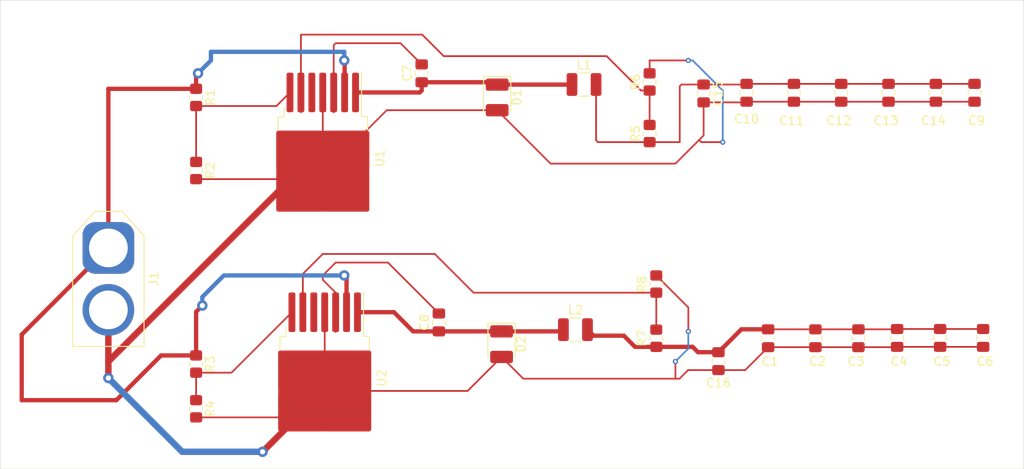
<source format=kicad_pcb>
(kicad_pcb (version 20221018) (generator pcbnew)
  (layers (0 "F.Cu" signal) (31 "B.Cu" signal) (34 "B.Paste" user) (35 "F.Paste" user) (36 "B.SilkS" user "B.Silkscreen") (37 "F.SilkS" user "F.Silkscreen") (38 "B.Mask" user) (39 "F.Mask" user) (44 "Edge.Cuts" user))
  (net 0 "")
  (net 1 "+3.3V")
  (net 2 "GND")
  (net 3 "+5V")
  (net 4 "+7.5V")
  (net 7 "/5V_SW")
  (net 8 "/5V_BOOT")
  (net 9 "/3V3_SW")
  (net 10 "/3V3_BOOT")
  (net 11 "/5V_EN")
  (net 12 "/3V3_EN")
  (net 13 "/5V_FB")
  (net 14 "/3V3_FB")
  (footprint "Connector_AMASS:AMASS_XT60-M_1x02_P7.20mm_Vertical" (layer "F.Cu") (at 111.575 80.3 -90)
    (fp_text reference "J1" (at 3.6 -5.3 90) (layer "F.SilkS"))
    (fp_text value "Conn_01x02")
    (fp_line (start -4.25 -1.6) (end -4.25 1.55) (stroke (width 0.12)) (layer "F.SilkS"))
    (fp_line (start -4.25 1.55) (end -1.4 4.15) (stroke (width 0.12)) (layer "F.SilkS"))
    (fp_line (start -1.4 -4.15) (end -4.25 -1.6) (stroke (width 0.12)) (layer "F.SilkS"))
    (fp_line (start -1.4 4.15) (end 11.45 4.15) (stroke (width 0.12)) (layer "F.SilkS"))
    (fp_line (start 11.45 -4.15) (end -1.4 -4.15) (stroke (width 0.12)) (layer "F.SilkS"))
    (fp_line (start 11.45 4.15) (end 11.45 -4.15) (stroke (width 0.12)) (layer "F.SilkS"))
    (pad "1" thru_hole roundrect (at 0 0 270) (size 6 6) (drill 4.5) (layers "*.Cu" "*.Mask") (net 4 "+7.5V"))
    (pad "2" thru_hole circle (at 7.2 0 270) (size 6 6) (drill 4.5) (layers "*.Cu" "*.Mask") (net 2 "GND"))
  )
  (footprint "Package_TO_SOT_SMD:TO-263-7_TabPin8" (layer "F.Cu") (at 136.5 69.875 -90)
    (fp_text reference "U1" (at 0 -6.65 90) (layer "F.SilkS"))
    (fp_text value "LM22678TJ-5")
    (fp_line (start -4.825 -5.2) (end -4.825 -4.51) (stroke (width 0.12)) (layer "F.SilkS"))
    (fp_line (start -4.825 -4.51) (end -9.95 -4.51) (stroke (width 0.12)) (layer "F.SilkS"))
    (fp_line (start -4.825 4.51) (end -5.925 4.51) (stroke (width 0.12)) (layer "F.SilkS"))
    (fp_line (start -4.825 5.2) (end -4.825 4.51) (stroke (width 0.12)) (layer "F.SilkS"))
    (fp_line (start -3.325 -5.2) (end -4.825 -5.2) (stroke (width 0.12)) (layer "F.SilkS"))
    (fp_line (start -3.325 5.2) (end -4.825 5.2) (stroke (width 0.12)) (layer "F.SilkS"))
    (pad "1" smd roundrect (at -7.65 -3.81 270) (size 4.6 0.8) (layers "F.Cu" "F.Paste" "F.Mask") (net 7 "/5V_SW"))
    (pad "2" smd roundrect (at -7.65 -2.54 270) (size 4.6 0.8) (layers "F.Cu" "F.Paste" "F.Mask") (net 4 "+7.5V"))
    (pad "3" smd roundrect (at -7.65 -1.27 270) (size 4.6 0.8) (layers "F.Cu" "F.Paste" "F.Mask") (net 8 "/5V_BOOT"))
    (pad "4" smd roundrect (at -7.65 0 270) (size 4.6 0.8) (layers "F.Cu" "F.Paste" "F.Mask") (net 2 "GND"))
    (pad "5" smd roundrect (at -7.65 1.27 270) (size 4.6 0.8) (layers "F.Cu" "F.Paste" "F.Mask"))
    (pad "6" smd roundrect (at -7.65 2.54 270) (size 4.6 0.8) (layers "F.Cu" "F.Paste" "F.Mask") (net 13 "/5V_FB"))
    (pad "7" smd roundrect (at -7.65 3.81 270) (size 4.6 0.8) (layers "F.Cu" "F.Paste" "F.Mask") (net 11 "/5V_EN"))
    (pad "8" smd roundrect (at -0.925 -2.775 270) (size 4.55 5.25) (layers "F.Cu" "F.Paste") (roundrect_rratio 0.054945) (net 2 "GND"))
    (pad "8" smd roundrect (at -0.925 2.775 270) (size 4.55 5.25) (layers "F.Cu" "F.Paste") (roundrect_rratio 0.054945) (net 2 "GND"))
    (pad "8" smd roundrect (at 1.5 0 270) (size 9.4 10.8) (layers "F.Cu" "F.Mask") (roundrect_rratio 0.026596) (net 2 "GND"))
    (pad "8" smd roundrect (at 3.925 -2.775 270) (size 4.55 5.25) (layers "F.Cu" "F.Paste") (roundrect_rratio 0.054945) (net 2 "GND"))
    (pad "8" smd roundrect (at 3.925 2.775 270) (size 4.55 5.25) (layers "F.Cu" "F.Paste") (roundrect_rratio 0.054945) (net 2 "GND"))
  )
  (footprint "Capacitor_SMD:C_0805_2012Metric_Pad1.18x1.45mm_HandSolder" (layer "F.Cu") (at 213.275 90.7625 -90)
    (fp_text reference "C6" (at 2.7375 -0.225 -180) (layer "F.SilkS"))
    (fp_text value "4u7")
    (fp_line (start -0.261252 -0.735) (end 0.261252 -0.735) (stroke (width 0.12)) (layer "F.SilkS"))
    (fp_line (start -0.261252 0.735) (end 0.261252 0.735) (stroke (width 0.12)) (layer "F.SilkS"))
    (pad "1" smd roundrect (at -1.0375 0 270) (size 1.175 1.45) (layers "F.Cu" "F.Paste" "F.Mask") (roundrect_rratio 0.212766) (net 1 "+3.3V"))
    (pad "2" smd roundrect (at 1.0375 0 270) (size 1.175 1.45) (layers "F.Cu" "F.Paste" "F.Mask") (roundrect_rratio 0.212766) (net 2 "GND"))
  )
  (footprint "Diode_SMD:D_1210_3225Metric_Pad1.42x2.65mm_HandSolder" (layer "F.Cu") (at 157.2875 91.4875 -90)
    (fp_text reference "D2" (at 0 -2.28 90) (layer "F.SilkS"))
    (fp_text value "D")
    (fp_line (start -2.46 -1.585) (end -2.46 1.585) (stroke (width 0.12)) (layer "F.SilkS"))
    (fp_line (start -2.46 1.585) (end 1.6 1.585) (stroke (width 0.12)) (layer "F.SilkS"))
    (fp_line (start 1.6 -1.585) (end -2.46 -1.585) (stroke (width 0.12)) (layer "F.SilkS"))
    (pad "1" smd roundrect (at -1.4875 0 270) (size 1.425 2.65) (layers "F.Cu" "F.Paste" "F.Mask") (roundrect_rratio 0.175439) (net 9 "/3V3_SW"))
    (pad "2" smd roundrect (at 1.4875 0 270) (size 1.425 2.65) (layers "F.Cu" "F.Paste" "F.Mask") (roundrect_rratio 0.175439) (net 2 "GND"))
  )
  (footprint "Resistor_SMD:R_0805_2012Metric_Pad1.20x1.40mm_HandSolder" (layer "F.Cu") (at 175.275 90.8 90)
    (fp_text reference "R7" (at 0 -1.65 90) (layer "F.SilkS"))
    (fp_text value "1.5K")
    (fp_line (start -0.227064 -0.735) (end 0.227064 -0.735) (stroke (width 0.12)) (layer "F.SilkS"))
    (fp_line (start -0.227064 0.735) (end 0.227064 0.735) (stroke (width 0.12)) (layer "F.SilkS"))
    (pad "1" smd roundrect (at -1 0 90) (size 1.2 1.4) (layers "F.Cu" "F.Paste" "F.Mask") (roundrect_rratio 0.208333) (net 1 "+3.3V"))
    (pad "2" smd roundrect (at 1 0 90) (size 1.2 1.4) (layers "F.Cu" "F.Paste" "F.Mask") (roundrect_rratio 0.208333) (net 14 "/3V3_FB"))
  )
  (footprint "Capacitor_SMD:C_0805_2012Metric_Pad1.18x1.45mm_HandSolder" (layer "F.Cu") (at 182.5 93.4625 -90)
    (fp_text reference "C16" (at 2.5375 0 -180) (layer "F.SilkS"))
    (fp_text value "47uF")
    (fp_line (start -0.261252 -0.735) (end 0.261252 -0.735) (stroke (width 0.12)) (layer "F.SilkS"))
    (fp_line (start -0.261252 0.735) (end 0.261252 0.735) (stroke (width 0.12)) (layer "F.SilkS"))
    (pad "1" smd roundrect (at -1.0375 0 270) (size 1.175 1.45) (layers "F.Cu" "F.Paste" "F.Mask") (roundrect_rratio 0.212766) (net 1 "+3.3V"))
    (pad "2" smd roundrect (at 1.0375 0 270) (size 1.175 1.45) (layers "F.Cu" "F.Paste" "F.Mask") (roundrect_rratio 0.212766) (net 2 "GND"))
  )
  (footprint "Capacitor_SMD:C_0805_2012Metric_Pad1.18x1.45mm_HandSolder" (layer "F.Cu") (at 198.775 90.8 -90)
    (fp_text reference "C3" (at 2.7 0.275 -180) (layer "F.SilkS"))
    (fp_text value "100nF")
    (fp_line (start -0.261252 -0.735) (end 0.261252 -0.735) (stroke (width 0.12)) (layer "F.SilkS"))
    (fp_line (start -0.261252 0.735) (end 0.261252 0.735) (stroke (width 0.12)) (layer "F.SilkS"))
    (pad "1" smd roundrect (at -1.0375 0 270) (size 1.175 1.45) (layers "F.Cu" "F.Paste" "F.Mask") (roundrect_rratio 0.212766) (net 1 "+3.3V"))
    (pad "2" smd roundrect (at 1.0375 0 270) (size 1.175 1.45) (layers "F.Cu" "F.Paste" "F.Mask") (roundrect_rratio 0.212766) (net 2 "GND"))
  )
  (footprint "Capacitor_SMD:C_0805_2012Metric_Pad1.18x1.45mm_HandSolder" (layer "F.Cu") (at 185.775 62.2625 -90)
    (fp_text reference "C10" (at 3.0375 0 -180) (layer "F.SilkS"))
    (fp_text value "100nF")
    (fp_line (start -0.261252 -0.735) (end 0.261252 -0.735) (stroke (width 0.12)) (layer "F.SilkS"))
    (fp_line (start -0.261252 0.735) (end 0.261252 0.735) (stroke (width 0.12)) (layer "F.SilkS"))
    (pad "1" smd roundrect (at -1.0375 0 270) (size 1.175 1.45) (layers "F.Cu" "F.Paste" "F.Mask") (roundrect_rratio 0.212766) (net 3 "+5V"))
    (pad "2" smd roundrect (at 1.0375 0 270) (size 1.175 1.45) (layers "F.Cu" "F.Paste" "F.Mask") (roundrect_rratio 0.212766) (net 2 "GND"))
  )
  (footprint "Capacitor_SMD:C_0805_2012Metric_Pad1.18x1.45mm_HandSolder" (layer "F.Cu") (at 180.775 62.3375 -90)
    (fp_text reference "C15" (at 0 -1.68 90) (layer "F.SilkS"))
    (fp_text value "47uF")
    (fp_line (start -0.261252 -0.735) (end 0.261252 -0.735) (stroke (width 0.12)) (layer "F.SilkS"))
    (fp_line (start -0.261252 0.735) (end 0.261252 0.735) (stroke (width 0.12)) (layer "F.SilkS"))
    (pad "1" smd roundrect (at -1.0375 0 270) (size 1.175 1.45) (layers "F.Cu" "F.Paste" "F.Mask") (roundrect_rratio 0.212766) (net 3 "+5V"))
    (pad "2" smd roundrect (at 1.0375 0 270) (size 1.175 1.45) (layers "F.Cu" "F.Paste" "F.Mask") (roundrect_rratio 0.212766) (net 2 "GND"))
  )
  (footprint "Inductor_SMD:L_1210_3225Metric" (layer "F.Cu") (at 166.875 61.3)
    (fp_text reference "L1" (at 0 -2.28) (layer "F.SilkS"))
    (fp_text value "0.27uH")
    (fp_line (start -0.602064 -1.36) (end 0.602064 -1.36) (stroke (width 0.12)) (layer "F.SilkS"))
    (fp_line (start -0.602064 1.36) (end 0.602064 1.36) (stroke (width 0.12)) (layer "F.SilkS"))
    (pad "1" smd roundrect (at -1.4 0) (size 1.25 2.65) (layers "F.Cu" "F.Paste" "F.Mask") (roundrect_rratio 0.2) (net 7 "/5V_SW"))
    (pad "2" smd roundrect (at 1.4 0) (size 1.25 2.65) (layers "F.Cu" "F.Paste" "F.Mask") (roundrect_rratio 0.2) (net 3 "+5V"))
  )
  (footprint "Resistor_SMD:R_0805_2012Metric_Pad1.20x1.40mm_HandSolder" (layer "F.Cu") (at 121.775 99 -90)
    (fp_text reference "R4" (at 0 -1.65 90) (layer "F.SilkS"))
    (fp_text value "20K")
    (fp_line (start -0.227064 -0.735) (end 0.227064 -0.735) (stroke (width 0.12)) (layer "F.SilkS"))
    (fp_line (start -0.227064 0.735) (end 0.227064 0.735) (stroke (width 0.12)) (layer "F.SilkS"))
    (pad "1" smd roundrect (at -1 0 270) (size 1.2 1.4) (layers "F.Cu" "F.Paste" "F.Mask") (roundrect_rratio 0.208333) (net 12 "/3V3_EN"))
    (pad "2" smd roundrect (at 1 0 270) (size 1.2 1.4) (layers "F.Cu" "F.Paste" "F.Mask") (roundrect_rratio 0.208333) (net 2 "GND"))
  )
  (footprint "Resistor_SMD:R_0805_2012Metric_Pad1.20x1.40mm_HandSolder" (layer "F.Cu") (at 121.775 62.8 -90)
    (fp_text reference "R1" (at 0 -1.65 90) (layer "F.SilkS"))
    (fp_text value "40K")
    (fp_line (start -0.227064 -0.735) (end 0.227064 -0.735) (stroke (width 0.12)) (layer "F.SilkS"))
    (fp_line (start -0.227064 0.735) (end 0.227064 0.735) (stroke (width 0.12)) (layer "F.SilkS"))
    (pad "1" smd roundrect (at -1 0 270) (size 1.2 1.4) (layers "F.Cu" "F.Paste" "F.Mask") (roundrect_rratio 0.208333) (net 4 "+7.5V"))
    (pad "2" smd roundrect (at 1 0 270) (size 1.2 1.4) (layers "F.Cu" "F.Paste" "F.Mask") (roundrect_rratio 0.208333) (net 11 "/5V_EN"))
  )
  (footprint "Resistor_SMD:R_0805_2012Metric_Pad1.20x1.40mm_HandSolder" (layer "F.Cu") (at 175.275 84.5 90)
    (fp_text reference "R8" (at 0 -1.65 90) (layer "F.SilkS"))
    (fp_text value "1K")
    (fp_line (start -0.227064 -0.735) (end 0.227064 -0.735) (stroke (width 0.12)) (layer "F.SilkS"))
    (fp_line (start -0.227064 0.735) (end 0.227064 0.735) (stroke (width 0.12)) (layer "F.SilkS"))
    (pad "1" smd roundrect (at -1 0 90) (size 1.2 1.4) (layers "F.Cu" "F.Paste" "F.Mask") (roundrect_rratio 0.208333) (net 14 "/3V3_FB"))
    (pad "2" smd roundrect (at 1 0 90) (size 1.2 1.4) (layers "F.Cu" "F.Paste" "F.Mask") (roundrect_rratio 0.208333) (net 2 "GND"))
  )
  (footprint "Capacitor_SMD:C_0805_2012Metric_Pad1.18x1.45mm_HandSolder" (layer "F.Cu") (at 207.775 62.2625 -90)
    (fp_text reference "C14" (at 3.2375 0.275 -180) (layer "F.SilkS"))
    (fp_text value "100nF")
    (fp_line (start -0.261252 -0.735) (end 0.261252 -0.735) (stroke (width 0.12)) (layer "F.SilkS"))
    (fp_line (start -0.261252 0.735) (end 0.261252 0.735) (stroke (width 0.12)) (layer "F.SilkS"))
    (pad "1" smd roundrect (at -1.0375 0 270) (size 1.175 1.45) (layers "F.Cu" "F.Paste" "F.Mask") (roundrect_rratio 0.212766) (net 3 "+5V"))
    (pad "2" smd roundrect (at 1.0375 0 270) (size 1.175 1.45) (layers "F.Cu" "F.Paste" "F.Mask") (roundrect_rratio 0.212766) (net 2 "GND"))
  )
  (footprint "Resistor_SMD:R_0805_2012Metric_Pad1.20x1.40mm_HandSolder" (layer "F.Cu") (at 121.775 71.3 -90)
    (fp_text reference "R2" (at 0 -1.65 90) (layer "F.SilkS"))
    (fp_text value "20k")
    (fp_line (start -0.227064 -0.735) (end 0.227064 -0.735) (stroke (width 0.12)) (layer "F.SilkS"))
    (fp_line (start -0.227064 0.735) (end 0.227064 0.735) (stroke (width 0.12)) (layer "F.SilkS"))
    (pad "1" smd roundrect (at -1 0 270) (size 1.2 1.4) (layers "F.Cu" "F.Paste" "F.Mask") (roundrect_rratio 0.208333) (net 11 "/5V_EN"))
    (pad "2" smd roundrect (at 1 0 270) (size 1.2 1.4) (layers "F.Cu" "F.Paste" "F.Mask") (roundrect_rratio 0.208333) (net 2 "GND"))
  )
  (footprint "Capacitor_SMD:C_0805_2012Metric_Pad1.18x1.45mm_HandSolder" (layer "F.Cu") (at 202.275 62.2625 -90)
    (fp_text reference "C13" (at 3.2375 0.275 -180) (layer "F.SilkS"))
    (fp_text value "100nF")
    (fp_line (start -0.261252 -0.735) (end 0.261252 -0.735) (stroke (width 0.12)) (layer "F.SilkS"))
    (fp_line (start -0.261252 0.735) (end 0.261252 0.735) (stroke (width 0.12)) (layer "F.SilkS"))
    (pad "1" smd roundrect (at -1.0375 0 270) (size 1.175 1.45) (layers "F.Cu" "F.Paste" "F.Mask") (roundrect_rratio 0.212766) (net 3 "+5V"))
    (pad "2" smd roundrect (at 1.0375 0 270) (size 1.175 1.45) (layers "F.Cu" "F.Paste" "F.Mask") (roundrect_rratio 0.212766) (net 2 "GND"))
  )
  (footprint "Capacitor_SMD:C_0805_2012Metric_Pad1.18x1.45mm_HandSolder" (layer "F.Cu") (at 203.275 90.7625 -90)
    (fp_text reference "C4" (at 2.7375 -0.225 -180) (layer "F.SilkS"))
    (fp_text value "100nF")
    (fp_line (start -0.261252 -0.735) (end 0.261252 -0.735) (stroke (width 0.12)) (layer "F.SilkS"))
    (fp_line (start -0.261252 0.735) (end 0.261252 0.735) (stroke (width 0.12)) (layer "F.SilkS"))
    (pad "1" smd roundrect (at -1.0375 0 270) (size 1.175 1.45) (layers "F.Cu" "F.Paste" "F.Mask") (roundrect_rratio 0.212766) (net 1 "+3.3V"))
    (pad "2" smd roundrect (at 1.0375 0 270) (size 1.175 1.45) (layers "F.Cu" "F.Paste" "F.Mask") (roundrect_rratio 0.212766) (net 2 "GND"))
  )
  (footprint "Capacitor_SMD:C_0805_2012Metric_Pad1.18x1.45mm_HandSolder" (layer "F.Cu") (at 193.775 90.8 -90)
    (fp_text reference "C2" (at 2.7 -0.225 -180) (layer "F.SilkS"))
    (fp_text value "100nF")
    (fp_line (start -0.261252 -0.735) (end 0.261252 -0.735) (stroke (width 0.12)) (layer "F.SilkS"))
    (fp_line (start -0.261252 0.735) (end 0.261252 0.735) (stroke (width 0.12)) (layer "F.SilkS"))
    (pad "1" smd roundrect (at -1.0375 0 270) (size 1.175 1.45) (layers "F.Cu" "F.Paste" "F.Mask") (roundrect_rratio 0.212766) (net 1 "+3.3V"))
    (pad "2" smd roundrect (at 1.0375 0 270) (size 1.175 1.45) (layers "F.Cu" "F.Paste" "F.Mask") (roundrect_rratio 0.212766) (net 2 "GND"))
  )
  (footprint "Capacitor_SMD:C_0805_2012Metric_Pad1.18x1.45mm_HandSolder" (layer "F.Cu") (at 212.275 62.2625 -90)
    (fp_text reference "C9" (at 3.2375 -0.225 -180) (layer "F.SilkS"))
    (fp_text value "4u7")
    (fp_line (start -0.261252 -0.735) (end 0.261252 -0.735) (stroke (width 0.12)) (layer "F.SilkS"))
    (fp_line (start -0.261252 0.735) (end 0.261252 0.735) (stroke (width 0.12)) (layer "F.SilkS"))
    (pad "1" smd roundrect (at -1.0375 0 270) (size 1.175 1.45) (layers "F.Cu" "F.Paste" "F.Mask") (roundrect_rratio 0.212766) (net 3 "+5V"))
    (pad "2" smd roundrect (at 1.0375 0 270) (size 1.175 1.45) (layers "F.Cu" "F.Paste" "F.Mask") (roundrect_rratio 0.212766) (net 2 "GND"))
  )
  (footprint "Capacitor_SMD:C_0805_2012Metric_Pad1.18x1.45mm_HandSolder" (layer "F.Cu") (at 188.275 90.8 -90)
    (fp_text reference "C1" (at 2.7 -0.225 -180) (layer "F.SilkS"))
    (fp_text value "100nF")
    (fp_line (start -0.261252 -0.735) (end 0.261252 -0.735) (stroke (width 0.12)) (layer "F.SilkS"))
    (fp_line (start -0.261252 0.735) (end 0.261252 0.735) (stroke (width 0.12)) (layer "F.SilkS"))
    (pad "1" smd roundrect (at -1.0375 0 270) (size 1.175 1.45) (layers "F.Cu" "F.Paste" "F.Mask") (roundrect_rratio 0.212766) (net 1 "+3.3V"))
    (pad "2" smd roundrect (at 1.0375 0 270) (size 1.175 1.45) (layers "F.Cu" "F.Paste" "F.Mask") (roundrect_rratio 0.212766) (net 2 "GND"))
  )
  (footprint "Capacitor_SMD:C_0805_2012Metric_Pad1.18x1.45mm_HandSolder" (layer "F.Cu") (at 191.275 62.2625 -90)
    (fp_text reference "C11" (at 3.2375 0.275 -180) (layer "F.SilkS"))
    (fp_text value "100nF")
    (fp_line (start -0.261252 -0.735) (end 0.261252 -0.735) (stroke (width 0.12)) (layer "F.SilkS"))
    (fp_line (start -0.261252 0.735) (end 0.261252 0.735) (stroke (width 0.12)) (layer "F.SilkS"))
    (pad "1" smd roundrect (at -1.0375 0 270) (size 1.175 1.45) (layers "F.Cu" "F.Paste" "F.Mask") (roundrect_rratio 0.212766) (net 3 "+5V"))
    (pad "2" smd roundrect (at 1.0375 0 270) (size 1.175 1.45) (layers "F.Cu" "F.Paste" "F.Mask") (roundrect_rratio 0.212766) (net 2 "GND"))
  )
  (footprint "Inductor_SMD:L_1210_3225Metric" (layer "F.Cu") (at 165.875 89.8)
    (fp_text reference "L2" (at 0 -2.28) (layer "F.SilkS"))
    (fp_text value "0.33uH")
    (fp_line (start -0.602064 -1.36) (end 0.602064 -1.36) (stroke (width 0.12)) (layer "F.SilkS"))
    (fp_line (start -0.602064 1.36) (end 0.602064 1.36) (stroke (width 0.12)) (layer "F.SilkS"))
    (pad "1" smd roundrect (at -1.4 0) (size 1.25 2.65) (layers "F.Cu" "F.Paste" "F.Mask") (roundrect_rratio 0.2) (net 9 "/3V3_SW"))
    (pad "2" smd roundrect (at 1.4 0) (size 1.25 2.65) (layers "F.Cu" "F.Paste" "F.Mask") (roundrect_rratio 0.2) (net 1 "+3.3V"))
  )
  (footprint "Resistor_SMD:R_0805_2012Metric_Pad1.20x1.40mm_HandSolder" (layer "F.Cu") (at 174.5 67 90)
    (fp_text reference "R5" (at 0 -1.65 90) (layer "F.SilkS"))
    (fp_text value "2.8K")
    (fp_line (start -0.227064 -0.735) (end 0.227064 -0.735) (stroke (width 0.12)) (layer "F.SilkS"))
    (fp_line (start -0.227064 0.735) (end 0.227064 0.735) (stroke (width 0.12)) (layer "F.SilkS"))
    (pad "1" smd roundrect (at -1 0 90) (size 1.2 1.4) (layers "F.Cu" "F.Paste" "F.Mask") (roundrect_rratio 0.208333) (net 3 "+5V"))
    (pad "2" smd roundrect (at 1 0 90) (size 1.2 1.4) (layers "F.Cu" "F.Paste" "F.Mask") (roundrect_rratio 0.208333) (net 13 "/5V_FB"))
  )
  (footprint "Capacitor_SMD:C_0805_2012Metric_Pad1.18x1.45mm_HandSolder" (layer "F.Cu") (at 208.275 90.7625 -90)
    (fp_text reference "C5" (at 2.7375 -0.225 -180) (layer "F.SilkS"))
    (fp_text value "100nF")
    (fp_line (start -0.261252 -0.735) (end 0.261252 -0.735) (stroke (width 0.12)) (layer "F.SilkS"))
    (fp_line (start -0.261252 0.735) (end 0.261252 0.735) (stroke (width 0.12)) (layer "F.SilkS"))
    (pad "1" smd roundrect (at -1.0375 0 270) (size 1.175 1.45) (layers "F.Cu" "F.Paste" "F.Mask") (roundrect_rratio 0.212766) (net 1 "+3.3V"))
    (pad "2" smd roundrect (at 1.0375 0 270) (size 1.175 1.45) (layers "F.Cu" "F.Paste" "F.Mask") (roundrect_rratio 0.212766) (net 2 "GND"))
  )
  (footprint "Capacitor_SMD:C_0805_2012Metric_Pad1.18x1.45mm_HandSolder" (layer "F.Cu") (at 196.775 62.2625 -90)
    (fp_text reference "C12" (at 3.2375 0.275 -180) (layer "F.SilkS"))
    (fp_text value "100nF")
    (fp_line (start -0.261252 -0.735) (end 0.261252 -0.735) (stroke (width 0.12)) (layer "F.SilkS"))
    (fp_line (start -0.261252 0.735) (end 0.261252 0.735) (stroke (width 0.12)) (layer "F.SilkS"))
    (pad "1" smd roundrect (at -1.0375 0 270) (size 1.175 1.45) (layers "F.Cu" "F.Paste" "F.Mask") (roundrect_rratio 0.212766) (net 3 "+5V"))
    (pad "2" smd roundrect (at 1.0375 0 270) (size 1.175 1.45) (layers "F.Cu" "F.Paste" "F.Mask") (roundrect_rratio 0.212766) (net 2 "GND"))
  )
  (footprint "Package_TO_SOT_SMD:TO-263-7_TabPin8" (layer "F.Cu") (at 136.725 95.425 -90)
    (fp_text reference "U2" (at 0 -6.65 90) (layer "F.SilkS"))
    (fp_text value "LM22678TJ-5")
    (fp_line (start -4.825 -5.2) (end -4.825 -4.51) (stroke (width 0.12)) (layer "F.SilkS"))
    (fp_line (start -4.825 -4.51) (end -9.95 -4.51) (stroke (width 0.12)) (layer "F.SilkS"))
    (fp_line (start -4.825 4.51) (end -5.925 4.51) (stroke (width 0.12)) (layer "F.SilkS"))
    (fp_line (start -4.825 5.2) (end -4.825 4.51) (stroke (width 0.12)) (layer "F.SilkS"))
    (fp_line (start -3.325 -5.2) (end -4.825 -5.2) (stroke (width 0.12)) (layer "F.SilkS"))
    (fp_line (start -3.325 5.2) (end -4.825 5.2) (stroke (width 0.12)) (layer "F.SilkS"))
    (pad "1" smd roundrect (at -7.65 -3.81 270) (size 4.6 0.8) (layers "F.Cu" "F.Paste" "F.Mask") (net 9 "/3V3_SW"))
    (pad "2" smd roundrect (at -7.65 -2.54 270) (size 4.6 0.8) (layers "F.Cu" "F.Paste" "F.Mask") (net 4 "+7.5V"))
    (pad "3" smd roundrect (at -7.65 -1.27 270) (size 4.6 0.8) (layers "F.Cu" "F.Paste" "F.Mask") (net 10 "/3V3_BOOT"))
    (pad "4" smd roundrect (at -7.65 0 270) (size 4.6 0.8) (layers "F.Cu" "F.Paste" "F.Mask") (net 2 "GND"))
    (pad "5" smd roundrect (at -7.65 1.27 270) (size 4.6 0.8) (layers "F.Cu" "F.Paste" "F.Mask"))
    (pad "6" smd roundrect (at -7.65 2.54 270) (size 4.6 0.8) (layers "F.Cu" "F.Paste" "F.Mask") (net 14 "/3V3_FB"))
    (pad "7" smd roundrect (at -7.65 3.81 270) (size 4.6 0.8) (layers "F.Cu" "F.Paste" "F.Mask") (net 12 "/3V3_EN"))
    (pad "8" smd roundrect (at -0.925 -2.775 270) (size 4.55 5.25) (layers "F.Cu" "F.Paste") (roundrect_rratio 0.054945) (net 2 "GND"))
    (pad "8" smd roundrect (at -0.925 2.775 270) (size 4.55 5.25) (layers "F.Cu" "F.Paste") (roundrect_rratio 0.054945) (net 2 "GND"))
    (pad "8" smd roundrect (at 1.5 0 270) (size 9.4 10.8) (layers "F.Cu" "F.Mask") (roundrect_rratio 0.026596) (net 2 "GND"))
    (pad "8" smd roundrect (at 3.925 -2.775 270) (size 4.55 5.25) (layers "F.Cu" "F.Paste") (roundrect_rratio 0.054945) (net 2 "GND"))
    (pad "8" smd roundrect (at 3.925 2.775 270) (size 4.55 5.25) (layers "F.Cu" "F.Paste") (roundrect_rratio 0.054945) (net 2 "GND"))
  )
  (footprint "Diode_SMD:D_1210_3225Metric_Pad1.42x2.65mm_HandSolder" (layer "F.Cu") (at 156.775 62.8 -90)
    (fp_text reference "D1" (at 0 -2.28 90) (layer "F.SilkS"))
    (fp_text value "D")
    (fp_line (start -2.46 -1.585) (end -2.46 1.585) (stroke (width 0.12)) (layer "F.SilkS"))
    (fp_line (start -2.46 1.585) (end 1.6 1.585) (stroke (width 0.12)) (layer "F.SilkS"))
    (fp_line (start 1.6 -1.585) (end -2.46 -1.585) (stroke (width 0.12)) (layer "F.SilkS"))
    (pad "1" smd roundrect (at -1.4875 0 270) (size 1.425 2.65) (layers "F.Cu" "F.Paste" "F.Mask") (roundrect_rratio 0.175439) (net 7 "/5V_SW"))
    (pad "2" smd roundrect (at 1.4875 0 270) (size 1.425 2.65) (layers "F.Cu" "F.Paste" "F.Mask") (roundrect_rratio 0.175439) (net 2 "GND"))
  )
  (footprint "Capacitor_SMD:C_0805_2012Metric_Pad1.18x1.45mm_HandSolder" (layer "F.Cu") (at 148 60 90)
    (fp_text reference "C7" (at 0 -1.68 90) (layer "F.SilkS"))
    (fp_text value "10nF")
    (fp_line (start -0.261252 -0.735) (end 0.261252 -0.735) (stroke (width 0.12)) (layer "F.SilkS"))
    (fp_line (start -0.261252 0.735) (end 0.261252 0.735) (stroke (width 0.12)) (layer "F.SilkS"))
    (pad "1" smd roundrect (at -1.0375 0 90) (size 1.175 1.45) (layers "F.Cu" "F.Paste" "F.Mask") (roundrect_rratio 0.212766) (net 7 "/5V_SW"))
    (pad "2" smd roundrect (at 1.0375 0 90) (size 1.175 1.45) (layers "F.Cu" "F.Paste" "F.Mask") (roundrect_rratio 0.212766) (net 8 "/5V_BOOT"))
  )
  (footprint "Resistor_SMD:R_0805_2012Metric_Pad1.20x1.40mm_HandSolder" (layer "F.Cu") (at 121.775 93.8 -90)
    (fp_text reference "R3" (at 0 -1.65 90) (layer "F.SilkS"))
    (fp_text value "40K")
    (fp_line (start -0.227064 -0.735) (end 0.227064 -0.735) (stroke (width 0.12)) (layer "F.SilkS"))
    (fp_line (start -0.227064 0.735) (end 0.227064 0.735) (stroke (width 0.12)) (layer "F.SilkS"))
    (pad "1" smd roundrect (at -1 0 270) (size 1.2 1.4) (layers "F.Cu" "F.Paste" "F.Mask") (roundrect_rratio 0.208333) (net 4 "+7.5V"))
    (pad "2" smd roundrect (at 1 0 270) (size 1.2 1.4) (layers "F.Cu" "F.Paste" "F.Mask") (roundrect_rratio 0.208333) (net 12 "/3V3_EN"))
  )
  (footprint "Resistor_SMD:R_0805_2012Metric_Pad1.20x1.40mm_HandSolder" (layer "F.Cu") (at 174.5 61 90)
    (fp_text reference "R6" (at 0 -1.65 90) (layer "F.SilkS"))
    (fp_text value "1K")
    (fp_line (start -0.227064 -0.735) (end 0.227064 -0.735) (stroke (width 0.12)) (layer "F.SilkS"))
    (fp_line (start -0.227064 0.735) (end 0.227064 0.735) (stroke (width 0.12)) (layer "F.SilkS"))
    (pad "1" smd roundrect (at -1 0 90) (size 1.2 1.4) (layers "F.Cu" "F.Paste" "F.Mask") (roundrect_rratio 0.208333) (net 13 "/5V_FB"))
    (pad "2" smd roundrect (at 1 0 90) (size 1.2 1.4) (layers "F.Cu" "F.Paste" "F.Mask") (roundrect_rratio 0.208333) (net 2 "GND"))
  )
  (footprint "Capacitor_SMD:C_0805_2012Metric_Pad1.18x1.45mm_HandSolder" (layer "F.Cu") (at 150 88.9625 90)
    (fp_text reference "C8" (at 0 -1.68 90) (layer "F.SilkS"))
    (fp_text value "10nF")
    (fp_line (start -0.261252 -0.735) (end 0.261252 -0.735) (stroke (width 0.12)) (layer "F.SilkS"))
    (fp_line (start -0.261252 0.735) (end 0.261252 0.735) (stroke (width 0.12)) (layer "F.SilkS"))
    (pad "1" smd roundrect (at -1.0375 0 90) (size 1.175 1.45) (layers "F.Cu" "F.Paste" "F.Mask") (roundrect_rratio 0.212766) (net 9 "/3V3_SW"))
    (pad "2" smd roundrect (at 1.0375 0 90) (size 1.175 1.45) (layers "F.Cu" "F.Paste" "F.Mask") (roundrect_rratio 0.212766) (net 10 "/3V3_BOOT"))
  )
  (gr_rect (start 99 51.5) (end 218 106) (stroke (width 0.05)) (fill none) (layer "Edge.Cuts"))
  (segment (start 203.275 89.725) (end 208.275 89.725) (width 0.2) (layer "F.Cu") (net 1))
  (segment (start 208.275 89.725) (end 213.275 89.725) (width 0.2) (layer "F.Cu") (net 1))
  (segment (start 167.975 90.5) (end 171.5 90.5) (width 0.5) (layer "F.Cu") (net 1))
  (segment (start 203.2375 89.7625) (end 203.275 89.725) (width 0.2) (layer "F.Cu") (net 1))
  (segment (start 182.5 92.425) (end 185.1625 89.7625) (width 0.5) (layer "F.Cu") (net 1))
  (segment (start 180.125 92.425) (end 182.5 92.425) (width 0.5) (layer "F.Cu") (net 1))
  (segment (start 172.8 91.8) (end 175.275 91.8) (width 0.5) (layer "F.Cu") (net 1))
  (segment (start 179.5 91.8) (end 180.125 92.425) (width 0.5) (layer "F.Cu") (net 1))
  (segment (start 171.5 90.5) (end 172.8 91.8) (width 0.5) (layer "F.Cu") (net 1))
  (segment (start 188.275 89.7625) (end 193.775 89.7625) (width 0.2) (layer "F.Cu") (net 1))
  (segment (start 185.1625 89.7625) (end 188.275 89.7625) (width 0.5) (layer "F.Cu") (net 1))
  (segment (start 175.275 91.8) (end 179.5 91.8) (width 0.5) (layer "F.Cu") (net 1))
  (segment (start 167.275 89.8) (end 167.975 90.5) (width 0.5) (layer "F.Cu") (net 1))
  (segment (start 198.775 89.7625) (end 203.2375 89.7625) (width 0.2) (layer "F.Cu") (net 1))
  (segment (start 193.775 89.7625) (end 198.775 89.7625) (width 0.2) (layer "F.Cu") (net 1))
  (segment (start 143.9375 64.2875) (end 139.275 68.95) (width 0.2) (layer "F.Cu") (net 2))
  (segment (start 177.5 95.5) (end 177.975 95.5) (width 0.2) (layer "F.Cu") (net 2))
  (segment (start 135.575 72.3) (end 136.5 71.375) (width 0.2) (layer "F.Cu") (net 2))
  (segment (start 191.275 63.3) (end 196.775 63.3) (width 0.2) (layer "F.Cu") (net 2))
  (segment (start 185.7 63.375) (end 185.775 63.3) (width 0.2) (layer "F.Cu") (net 2))
  (segment (start 132.69 96.875) (end 132.69 94.575) (width 0.2) (layer "F.Cu") (net 2))
  (segment (start 129.5 104) (end 133.95 99.55) (width 0.75) (layer "F.Cu") (net 2))
  (segment (start 193.775 91.8375) (end 198.775 91.8375) (width 0.2) (layer "F.Cu") (net 2))
  (segment (start 156.775 64.2875) (end 143.9375 64.2875) (width 0.2) (layer "F.Cu") (net 2))
  (segment (start 179 58.5) (end 174.5 58.5) (width 0.2) (layer "F.Cu") (net 2))
  (segment (start 188.275 91.8375) (end 193.775 91.8375) (width 0.2) (layer "F.Cu") (net 2))
  (segment (start 198.775 91.8375) (end 203.2375 91.8375) (width 0.2) (layer "F.Cu") (net 2))
  (segment (start 203.275 91.8) (end 208.275 91.8) (width 0.2) (layer "F.Cu") (net 2))
  (segment (start 111.575 87.5) (end 111.575 93.5) (width 0.75) (layer "F.Cu") (net 2))
  (segment (start 136.725 96.925) (end 153.3375 96.925) (width 0.2) (layer "F.Cu") (net 2))
  (segment (start 111.575 93.5) (end 111.575 95.425) (width 0.75) (layer "F.Cu") (net 2))
  (segment (start 136.725 96.925) (end 136.725 87.775) (width 0.2) (layer "F.Cu") (net 2))
  (segment (start 131.275 73.8) (end 133.725 73.8) (width 0.75) (layer "F.Cu") (net 2))
  (segment (start 177.975 95.5) (end 178.975 94.5) (width 0.2) (layer "F.Cu") (net 2))
  (segment (start 196.775 63.3) (end 202.275 63.3) (width 0.2) (layer "F.Cu") (net 2))
  (segment (start 133.96 99.175) (end 133.96 96.875) (width 0.2) (layer "F.Cu") (net 2))
  (segment (start 177.5 70.5) (end 180.25 67.75) (width 0.2) (layer "F.Cu") (net 2))
  (segment (start 136.5 62.225) (end 136.5 71.375) (width 0.2) (layer "F.Cu") (net 2))
  (segment (start 208.275 91.8) (end 213.275 91.8) (width 0.2) (layer "F.Cu") (net 2))
  (segment (start 180.5 68) (end 180.25 67.75) (width 0.2) (layer "F.Cu") (net 2))
  (segment (start 111.575 93.5) (end 131.275 73.8) (width 0.75) (layer "F.Cu") (net 2))
  (segment (start 153.3375 96.925) (end 157.2875 92.975) (width 0.2) (layer "F.Cu") (net 2))
  (segment (start 203.2375 91.8375) (end 203.275 91.8) (width 0.2) (layer "F.Cu") (net 2))
  (segment (start 185.775 63.3) (end 191.275 63.3) (width 0.2) (layer "F.Cu") (net 2))
  (segment (start 162.9875 70.5) (end 177.5 70.5) (width 0.2) (layer "F.Cu") (net 2))
  (segment (start 177.5 93.5) (end 177.5 95.5) (width 0.2) (layer "F.Cu") (net 2))
  (segment (start 121.775 72.3) (end 135.575 72.3) (width 0.2) (layer "F.Cu") (net 2))
  (segment (start 180.25 67.75) (end 180.775 67.225) (width 0.2) (layer "F.Cu") (net 2))
  (segment (start 157.2875 92.975) (end 159.8125 95.5) (width 0.2) (layer "F.Cu") (net 2))
  (segment (start 180.775 63.375) (end 185.7 63.375) (width 0.2) (layer "F.Cu") (net 2))
  (segment (start 121.775 100) (end 133.65 100) (width 0.2) (layer "F.Cu") (net 2))
  (segment (start 182.5 94.5) (end 185.6125 94.5) (width 0.2) (layer "F.Cu") (net 2))
  (segment (start 133.65 100) (end 136.725 96.925) (width 0.2) (layer "F.Cu") (net 2))
  (segment (start 179 87.225) (end 179 90) (width 0.2) (layer "F.Cu") (net 2))
  (segment (start 202.275 63.3) (end 207.775 63.3) (width 0.2) (layer "F.Cu") (net 2))
  (segment (start 175.275 83.5) (end 179 87.225) (width 0.2) (layer "F.Cu") (net 2))
  (segment (start 183 68) (end 180.5 68) (width 0.2) (layer "F.Cu") (net 2))
  (segment (start 185.6125 94.5) (end 188.275 91.8375) (width 0.2) (layer "F.Cu") (net 2))
  (segment (start 174.5 58.5) (end 174.5 60) (width 0.2) (layer "F.Cu") (net 2))
  (segment (start 133.95 99.55) (end 133.95 99.35) (width 0.2) (layer "F.Cu") (net 2))
  (segment (start 178.975 94.5) (end 182.5 94.5) (width 0.2) (layer "F.Cu") (net 2))
  (segment (start 156.775 64.2875) (end 162.9875 70.5) (width 0.2) (layer "F.Cu") (net 2))
  (segment (start 207.775 63.3) (end 212.275 63.3) (width 0.2) (layer "F.Cu") (net 2))
  (segment (start 135.23 96.875) (end 135.23 94.575) (width 0.2) (layer "F.Cu") (net 2))
  (segment (start 180.775 67.225) (end 180.775 63.375) (width 0.2) (layer "F.Cu") (net 2))
  (segment (start 159.8125 95.5) (end 177.5 95.5) (width 0.2) (layer "F.Cu") (net 2))
  (segment (start 111.5 95.5) (end 111.575 95.425) (width 0.2) (layer "F.Cu") (net 2))
  (via (at 179 58.5) (size 0.6) (drill 0.3) (layers "F.Cu" "B.Cu") (net 2))
  (via (at 183 68) (size 0.6) (drill 0.3) (layers "F.Cu" "B.Cu") (net 2))
  (via (at 129.5 104) (size 1.2) (drill 0.6) (layers "F.Cu" "B.Cu") (net 2))
  (via (at 179 90) (size 0.6) (drill 0.3) (layers "F.Cu" "B.Cu") (net 2))
  (via (at 177.5 93.5) (size 0.6) (drill 0.3) (layers "F.Cu" "B.Cu") (net 2))
  (via (at 111.575 95.425) (size 1.2) (drill 0.6) (layers "F.Cu" "B.Cu") (net 2))
  (segment (start 179 92) (end 177.5 93.5) (width 0.2) (layer "B.Cu") (net 2))
  (segment (start 183 62) (end 183 68) (width 0.2) (layer "B.Cu") (net 2))
  (segment (start 179 58.5) (end 179.5 58.5) (width 0.2) (layer "B.Cu") (net 2))
  (segment (start 111.575 95.425) (end 120.15 104) (width 0.75) (layer "B.Cu") (net 2))
  (segment (start 179.5 58.5) (end 183 62) (width 0.2) (layer "B.Cu") (net 2))
  (segment (start 120.15 104) (end 129.5 104) (width 0.75) (layer "B.Cu") (net 2))
  (segment (start 179 90) (end 179 92) (width 0.2) (layer "B.Cu") (net 2))
  (segment (start 174.5 68) (end 178 68) (width 0.2) (layer "F.Cu") (net 3))
  (segment (start 178 68) (end 178 61.5) (width 0.2) (layer "F.Cu") (net 3))
  (segment (start 207.775 61.225) (end 212.275 61.225) (width 0.2) (layer "F.Cu") (net 3))
  (segment (start 168.275 67.775) (end 168.5 68) (width 0.2) (layer "F.Cu") (net 3))
  (segment (start 185.775 61.225) (end 191.275 61.225) (width 0.2) (layer "F.Cu") (net 3))
  (segment (start 168.5 68) (end 174.5 68) (width 0.2) (layer "F.Cu") (net 3))
  (segment (start 178 61.5) (end 178.2 61.3) (width 0.2) (layer "F.Cu") (net 3))
  (segment (start 202.275 61.225) (end 207.775 61.225) (width 0.2) (layer "F.Cu") (net 3))
  (segment (start 196.775 61.225) (end 202.275 61.225) (width 0.2) (layer "F.Cu") (net 3))
  (segment (start 178.2 61.3) (end 180.775 61.3) (width 0.2) (layer "F.Cu") (net 3))
  (segment (start 185.7 61.3) (end 185.775 61.225) (width 0.2) (layer "F.Cu") (net 3))
  (segment (start 180.775 61.3) (end 185.7 61.3) (width 0.2) (layer "F.Cu") (net 3))
  (segment (start 168.275 61.3) (end 168.275 67.775) (width 0.2) (layer "F.Cu") (net 3))
  (segment (start 191.275 61.225) (end 196.775 61.225) (width 0.2) (layer "F.Cu") (net 3))
  (segment (start 101.5 90.375) (end 101.5 98) (width 0.5) (layer "F.Cu") (net 4))
  (segment (start 122.5 87) (end 121.775 87.725) (width 0.5) (layer "F.Cu") (net 4))
  (segment (start 139 83.5) (end 139.265 83.765) (width 0.2) (layer "F.Cu") (net 4))
  (segment (start 101.5 98) (end 112.5 98) (width 0.5) (layer "F.Cu") (net 4))
  (segment (start 139.265 83.765) (end 139.265 87.775) (width 0.5) (layer "F.Cu") (net 4))
  (segment (start 121.775 61.8) (end 121.775 60.225) (width 0.5) (layer "F.Cu") (net 4))
  (segment (start 111.575 80.3) (end 101.5 90.375) (width 0.5) (layer "F.Cu") (net 4))
  (segment (start 111.575 80.3) (end 111.575 61.8) (width 0.5) (layer "F.Cu") (net 4))
  (segment (start 111.575 61.8) (end 121.775 61.8) (width 0.5) (layer "F.Cu") (net 4))
  (segment (start 121.775 60.225) (end 122 60) (width 0.2) (layer "F.Cu") (net 4))
  (segment (start 117.7 92.8) (end 121.775 92.8) (width 0.5) (layer "F.Cu") (net 4))
  (segment (start 112.5 98) (end 117.7 92.8) (width 0.5) (layer "F.Cu") (net 4))
  (segment (start 121.775 87.725) (end 121.775 92.8) (width 0.5) (layer "F.Cu") (net 4))
  (segment (start 139 58.5) (end 139.04 58.54) (width 0.2) (layer "F.Cu") (net 4))
  (segment (start 139.04 58.54) (end 139.04 62.225) (width 0.5) (layer "F.Cu") (net 4))
  (via (at 122 60) (size 1.2) (drill 0.6) (layers "F.Cu" "B.Cu") (net 4))
  (via (at 122.5 87) (size 1.2) (drill 0.6) (layers "F.Cu" "B.Cu") (net 4))
  (via (at 139 58.5) (size 1.2) (drill 0.6) (layers "F.Cu" "B.Cu") (net 4))
  (via (at 139 83.5) (size 1.2) (drill 0.6) (layers "F.Cu" "B.Cu") (net 4))
  (segment (start 122 60) (end 123.5 58.5) (width 0.5) (layer "B.Cu") (net 4))
  (segment (start 122.5 87) (end 122.5 86) (width 0.5) (layer "B.Cu") (net 4))
  (segment (start 122.5 86) (end 125 83.5) (width 0.5) (layer "B.Cu") (net 4))
  (segment (start 123.5 57.5) (end 139 57.5) (width 0.5) (layer "B.Cu") (net 4))
  (segment (start 123.5 58.5) (end 123.5 57.5) (width 0.5) (layer "B.Cu") (net 4))
  (segment (start 125 83.5) (end 139 83.5) (width 0.5) (layer "B.Cu") (net 4))
  (segment (start 139 57.5) (end 139 58.5) (width 0.5) (layer "B.Cu") (net 4))
  (segment (start 147.775 62.225) (end 148 62) (width 0.5) (layer "F.Cu") (net 7))
  (segment (start 156.775 61.3125) (end 165.4625 61.3125) (width 0.5) (layer "F.Cu") (net 7))
  (segment (start 148 61.0375) (end 156.5 61.0375) (width 0.5) (layer "F.Cu") (net 7))
  (segment (start 140.31 62.225) (end 147.775 62.225) (width 0.5) (layer "F.Cu") (net 7))
  (segment (start 156.725 61.2625) (end 156.775 61.3125) (width 0.2) (layer "F.Cu") (net 7))
  (segment (start 156.5 61.0375) (end 156.775 61.3125) (width 0.5) (layer "F.Cu") (net 7))
  (segment (start 148 62) (end 148 61.0375) (width 0.5) (layer "F.Cu") (net 7))
  (segment (start 165.4625 61.3125) (end 165.475 61.3) (width 0.2) (layer "F.Cu") (net 7))
  (segment (start 148 58.9625) (end 145.5375 56.5) (width 0.2) (layer "F.Cu") (net 8))
  (segment (start 137.77 56.73) (end 137.77 62.225) (width 0.2) (layer "F.Cu") (net 8))
  (segment (start 138 56.5) (end 137.77 56.73) (width 0.2) (layer "F.Cu") (net 8))
  (segment (start 145.5375 56.5) (end 138 56.5) (width 0.2) (layer "F.Cu") (net 8))
  (segment (start 137.77 64.525) (end 137.77 62.225) (width 0.2) (layer "F.Cu") (net 8))
  (segment (start 157.25 89.9625) (end 157.2875 90) (width 0.2) (layer "F.Cu") (net 9))
  (segment (start 147 90) (end 150 90) (width 0.5) (layer "F.Cu") (net 9))
  (segment (start 140.535 87.775) (end 144.775 87.775) (width 0.5) (layer "F.Cu") (net 9))
  (segment (start 144.775 87.775) (end 147 90) (width 0.5) (layer "F.Cu") (net 9))
  (segment (start 164.275 90) (end 164.475 89.8) (width 0.2) (layer "F.Cu") (net 9))
  (segment (start 150 90) (end 157.2875 90) (width 0.5) (layer "F.Cu") (net 9))
  (segment (start 157.2875 90) (end 164.275 90) (width 0.5) (layer "F.Cu") (net 9))
  (segment (start 150 87.925) (end 144.075 82) (width 0.2) (layer "F.Cu") (net 10))
  (segment (start 137.995 85.495) (end 137.995 87.775) (width 0.2) (layer "F.Cu") (net 10))
  (segment (start 136.5 84) (end 137.995 85.495) (width 0.2) (layer "F.Cu") (net 10))
  (segment (start 136.5 83.5) (end 136.5 84) (width 0.2) (layer "F.Cu") (net 10))
  (segment (start 144.075 82) (end 138 82) (width 0.2) (layer "F.Cu") (net 10))
  (segment (start 138 82) (end 136.5 83.5) (width 0.2) (layer "F.Cu") (net 10))
  (segment (start 137.995 90.075) (end 137.995 87.775) (width 0.2) (layer "F.Cu") (net 10))
  (segment (start 131.115 63.8) (end 132.69 62.225) (width 0.2) (layer "F.Cu") (net 11))
  (segment (start 121.775 63.8) (end 131.115 63.8) (width 0.2) (layer "F.Cu") (net 11))
  (segment (start 121.775 63.8) (end 121.775 70.3) (width 0.2) (layer "F.Cu") (net 11))
  (segment (start 121.775 94.8) (end 125.89 94.8) (width 0.2) (layer "F.Cu") (net 12))
  (segment (start 121.775 98) (end 121.775 94.8) (width 0.2) (layer "F.Cu") (net 12))
  (segment (start 125.89 94.8) (end 132.915 87.775) (width 0.2) (layer "F.Cu") (net 12))
  (segment (start 173.5 62) (end 169.5 58) (width 0.2) (layer "F.Cu") (net 13))
  (segment (start 133.96 55.54) (end 133.96 62.225) (width 0.2) (layer "F.Cu") (net 13))
  (segment (start 148.059744 55.5) (end 134 55.5) (width 0.2) (layer "F.Cu") (net 13))
  (segment (start 174.5 66) (end 174.5 62) (width 0.2) (layer "F.Cu") (net 13))
  (segment (start 169.5 58) (end 150.559744 58) (width 0.2) (layer "F.Cu") (net 13))
  (segment (start 134 55.5) (end 133.96 55.54) (width 0.2) (layer "F.Cu") (net 13))
  (segment (start 174.5 62) (end 173.5 62) (width 0.2) (layer "F.Cu") (net 13))
  (segment (start 133.96 62.225) (end 133.96 64.525) (width 0.2) (layer "F.Cu") (net 13))
  (segment (start 150.559744 58) (end 148.059744 55.5) (width 0.2) (layer "F.Cu") (net 13))
  (segment (start 154.022244 85.5) (end 149.522244 81) (width 0.2) (layer "F.Cu") (net 14))
  (segment (start 175.275 89.8) (end 175.275 85.5) (width 0.2) (layer "F.Cu") (net 14))
  (segment (start 134.185 83.315) (end 134.185 87.775) (width 0.2) (layer "F.Cu") (net 14))
  (segment (start 175.275 85.5) (end 154.022244 85.5) (width 0.2) (layer "F.Cu") (net 14))
  (segment (start 136.5 81) (end 134.185 83.315) (width 0.2) (layer "F.Cu") (net 14))
  (segment (start 149.522244 81) (end 136.5 81) (width 0.2) (layer "F.Cu") (net 14))
)
</source>
